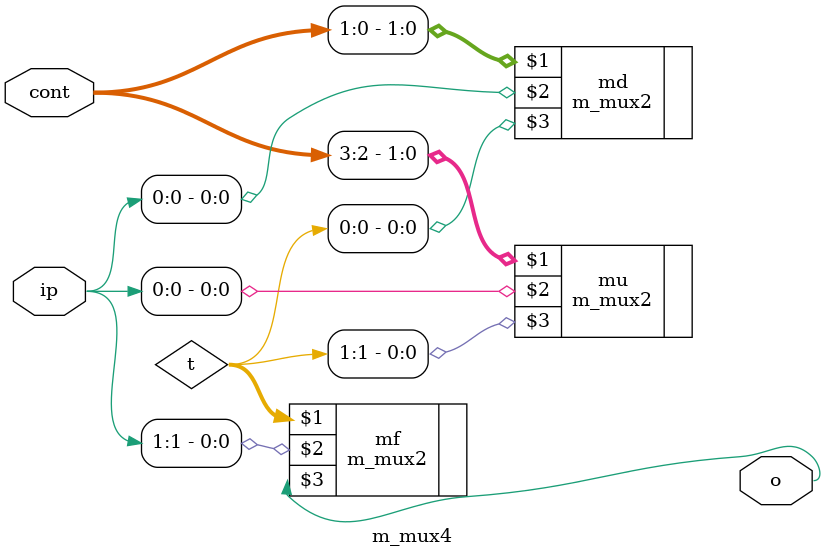
<source format=v>
`include "mux2.v"

module m_mux4(input[3:0] cont,input[1:0] ip,output o);

	wire[1:0] t;
	m_mux2 mu(cont[3:2],ip[0],t[1]);
	m_mux2 md(cont[1:0],ip[0],t[0]);
	m_mux2 mf(t,ip[1],o);

endmodule
</source>
